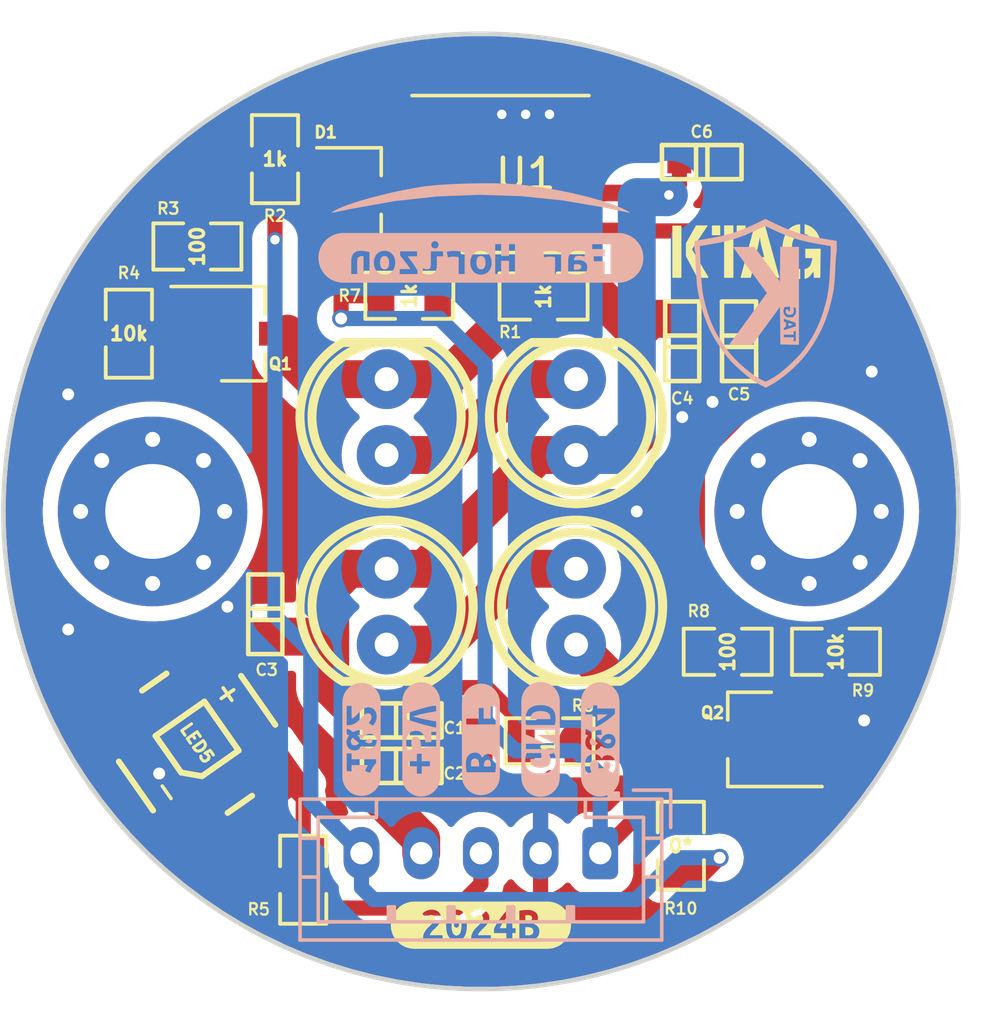
<source format=kicad_pcb>
(kicad_pcb
	(version 20241229)
	(generator "pcbnew")
	(generator_version "9.0")
	(general
		(thickness 1.6)
		(legacy_teardrops no)
	)
	(paper "USLetter")
	(title_block
		(title "KTag 2024B Barrel \"Far Horizon\"")
		(date "2024-09-01")
		(rev "1")
		(company "Club K")
		(comment 1 "Dubuque               Iowa               United States of America")
		(comment 3 "Copyright © 2024 Joseph P. Kearney")
	)
	(layers
		(0 "F.Cu" signal)
		(2 "B.Cu" signal)
		(9 "F.Adhes" user "F.Adhesive")
		(11 "B.Adhes" user "B.Adhesive")
		(13 "F.Paste" user)
		(15 "B.Paste" user)
		(5 "F.SilkS" user "F.Silkscreen")
		(7 "B.SilkS" user "B.Silkscreen")
		(1 "F.Mask" user)
		(3 "B.Mask" user)
		(17 "Dwgs.User" user "User.Drawings")
		(19 "Cmts.User" user "User.Comments")
		(21 "Eco1.User" user "User.Eco1")
		(23 "Eco2.User" user "User.Eco2")
		(25 "Edge.Cuts" user)
		(27 "Margin" user)
		(31 "F.CrtYd" user "F.Courtyard")
		(29 "B.CrtYd" user "B.Courtyard")
		(35 "F.Fab" user)
		(33 "B.Fab" user)
	)
	(setup
		(stackup
			(layer "F.SilkS"
				(type "Top Silk Screen")
			)
			(layer "F.Paste"
				(type "Top Solder Paste")
			)
			(layer "F.Mask"
				(type "Top Solder Mask")
				(thickness 0.01)
			)
			(layer "F.Cu"
				(type "copper")
				(thickness 0.035)
			)
			(layer "dielectric 1"
				(type "core")
				(thickness 1.51)
				(material "FR4")
				(epsilon_r 4.5)
				(loss_tangent 0.02)
			)
			(layer "B.Cu"
				(type "copper")
				(thickness 0.035)
			)
			(layer "B.Mask"
				(type "Bottom Solder Mask")
				(thickness 0.01)
			)
			(layer "B.Paste"
				(type "Bottom Solder Paste")
			)
			(layer "B.SilkS"
				(type "Bottom Silk Screen")
			)
			(copper_finish "None")
			(dielectric_constraints no)
		)
		(pad_to_mask_clearance 0)
		(allow_soldermask_bridges_in_footprints no)
		(tenting front back)
		(pcbplotparams
			(layerselection 0x00000000_00000000_55555555_575555ff)
			(plot_on_all_layers_selection 0x00000000_00000000_00000000_00000000)
			(disableapertmacros no)
			(usegerberextensions no)
			(usegerberattributes no)
			(usegerberadvancedattributes no)
			(creategerberjobfile no)
			(dashed_line_dash_ratio 12.000000)
			(dashed_line_gap_ratio 3.000000)
			(svgprecision 6)
			(plotframeref no)
			(mode 1)
			(useauxorigin no)
			(hpglpennumber 1)
			(hpglpenspeed 20)
			(hpglpendiameter 15.000000)
			(pdf_front_fp_property_popups yes)
			(pdf_back_fp_property_popups yes)
			(pdf_metadata yes)
			(pdf_single_document no)
			(dxfpolygonmode yes)
			(dxfimperialunits yes)
			(dxfusepcbnewfont yes)
			(psnegative no)
			(psa4output no)
			(plot_black_and_white yes)
			(sketchpadsonfab no)
			(plotpadnumbers no)
			(hidednponfab no)
			(sketchdnponfab yes)
			(crossoutdnponfab yes)
			(subtractmaskfromsilk yes)
			(outputformat 1)
			(mirror no)
			(drillshape 0)
			(scaleselection 1)
			(outputdirectory "Gerbers")
		)
	)
	(net 0 "")
	(net 1 "Net-(LED1-K)")
	(net 2 "/IR LEDs 3 and 4")
	(net 3 "GND")
	(net 4 "+5V")
	(net 5 "/Barrel Flash")
	(net 6 "/IR LEDs 1 and 2")
	(net 7 "Net-(LED2-K)")
	(net 8 "Net-(LED3-K)")
	(net 9 "Net-(LED4-K)")
	(net 10 "Net-(LED5-DIN)")
	(net 11 "unconnected-(LED5-DOUT-Pad2)")
	(net 12 "Net-(Q1-G)")
	(net 13 "Net-(Q2-G)")
	(net 14 "Net-(U1-OUTA)")
	(net 15 "Net-(U1-OUTB)")
	(net 16 "unconnected-(U1-NC-Pad8)")
	(net 17 "unconnected-(U1-NC-Pad1)")
	(footprint "KTag:Q-SOT-23_GDS_Hand" (layer "F.Cu") (at 112.014 114.046))
	(footprint "KTag:R-0805" (layer "F.Cu") (at 131.9 124.7))
	(footprint "KTag:LED_5mm_clear" (layer "F.Cu") (at 123.19 116.84 180))
	(footprint "KTag:R-0805" (layer "F.Cu") (at 117.602 112.776))
	(footprint "KTag:R-0805" (layer "F.Cu") (at 128.27 124.7 180))
	(footprint "KTag:LED_5mm_clear" (layer "F.Cu") (at 123.19 123.19))
	(footprint "KTag:R-0805" (layer "F.Cu") (at 110.5 111.125))
	(footprint "KTag:C_0603" (layer "F.Cu") (at 126.746 114.3 -90))
	(footprint "KTag:LED_5mm_clear" (layer "F.Cu") (at 116.84 116.84 180))
	(footprint "KTag:R-0805" (layer "F.Cu") (at 113.1 108.2 90))
	(footprint "KTag:D-SOT-23" (layer "F.Cu") (at 115.9 109.4))
	(footprint "KTag:C_0603" (layer "F.Cu") (at 128.651 114.3 -90))
	(footprint "KTag:ADP3654ARDZ" (layer "F.Cu") (at 121.5 108.7))
	(footprint "kibuzzard-667E9066" (layer "F.Cu") (at 120 133.858))
	(footprint "KTag:Q-SOT-23_GDS_Hand" (layer "F.Cu") (at 129.032 127.635 180))
	(footprint "KTag:C_0603" (layer "F.Cu") (at 117.348 127))
	(footprint "KTag:KTag_Stencil_Tiny" (layer "F.Cu") (at 128.9 111.3))
	(footprint "KTag:C_0603" (layer "F.Cu") (at 112.776 123.444 90))
	(footprint "KTag:R-0805" (layer "F.Cu") (at 122.1 112.8 180))
	(footprint "KTag:R-0805" (layer "F.Cu") (at 114.046 132.334 90))
	(footprint "KTag:R-0805" (layer "F.Cu") (at 108.204 114.046 -90))
	(footprint "KTag:WS2812B" (layer "F.Cu") (at 110.49 127.762 -55))
	(footprint "KTag:LED_5mm_clear" (layer "F.Cu") (at 116.84 123.19))
	(footprint "KTag:R-0805" (layer "F.Cu") (at 122.3 127.7))
	(footprint "KTag:R-0805" (layer "F.Cu") (at 126.7 131.2 90))
	(footprint "KTag:C_0603" (layer "F.Cu") (at 127.4 108.3))
	(footprint "KTag:C_0603" (layer "F.Cu") (at 117.348 128.524))
	(footprint "KTag:MTG_No4" (layer "B.Cu") (at 131 120))
	(footprint "KTag:MTG_No4" (layer "B.Cu") (at 109 120))
	(footprint "Connector_JST:JST_PH_B5B-PH-K_1x05_P2.00mm_Vertical" (layer "B.Cu") (at 124 131.445 180))
	(footprint "kibuzzard-6339F756" (layer "B.Cu") (at 116 127.635 90))
	(footprint "kibuzzard-6339F6F6"
		(layer "B.Cu")
		(uuid "3343db0b-848b-44b2-a06f-043979dfc254")
		(at 124 127.635 90)
		(descr "Converted using: scripting")
		(tags "svg2mod")
		(property "Reference" "kibuzzard-6339F6F6"
			(at 0 0.645562 90)
			(layer "B.SilkS")
			(hide yes)
			(uuid "8bae5e64-9aa0-4e28-b52b-4dd113d3dea4")
			(effects
				(font
					(size 0.001 0.001)
					(thickness 0.000003)
				)
				(justify mirror)
			)
		)
		(property "Value" "G***"
			(at 0 -0.645562 90)
			(layer "B.SilkS")
			(hide yes)
			(uuid "b2f4ebf4-ef09-4aa1-9aa3-85e9fb3f826f")
			(effects
				(font
					(size 0.001 0.001)
					(thickness 0.000003)
				)
				(justify mirror)
			)
		)
		(property "Datasheet" ""
			(at 0 0 90)
			(layer "F.Fab")
			(hide yes)
			(uuid "6b881956-a19c-4230-9fee-b3030801a3db")
			(effects
				(font
					(size 1.27 1.27)
					(thickness 0.15)
				)
			)
		)
		(property "Description" ""
			(at 0 0 90)
			(layer "F.Fab")
			(hide yes)
			(uuid "d7298c9d-3406-4f21-8269-ab14fa70c1b2")
			(effects
				(font
					(size 1.27 1.27)
					(thickness 0.15)
				)
			)
		)
		(attr board_only exclude_from_pos_files exclude_from_bom)
		(fp_poly
			(pts
				(xy 0.836613 0.246063) (xy 0.777875 0.168275) (xy 0.718344 0.081756) (xy 0.661988 -0.009525) (xy 0.614363 -0.100013)
				(xy 0.836613 -0.100013) (xy 0.836613 0.246063)
			)
			(stroke
				(width 0)
				(type solid)
			)
			(fill yes)
			(layer "B.SilkS")
			(uuid "7e38e9ec-01b6-4dd6-9107-e5adc34cd2cf")
		)
		(fp_poly
			(pts
				(xy -0.1397 0.2667) (xy -0.125413 0.196056) (xy -0.085725 0.122238) (xy -0.007938 0.197644) (xy 0.01905 0.287338)
				(xy -0.000794 0.350044) (xy -0.052388 0.371475) (xy -0.115888 0.344488) (xy -0.1397 0.2667)
			)
			(stroke
				(width 0)
				(type solid)
			)
			(fill yes)
			(layer "B.SilkS")
			(uuid "7cf8e2e9-e542-4d28-af8a-cafd9fd3f3b6")
		)
		(fp_poly
			(pts
				(xy 0.053975 -0.293688) (xy 0.008731 -0.238919) (xy -0.0381 -0.185738) (xy -0.085328 -0.133747)
				(xy -0.131763 -0.08255) (xy -0.188119 -0.140494) (xy -0.20955 -0.223838) (xy -0.181769 -0.3175)
				(xy -0.087313 -0.357188) (xy -0.014288 -0.3429) (xy 0.053975 -0.293688)
			)
			(stroke
				(width 0)
				(type solid)
			)
			(fill yes)
			(layer "B.SilkS")
			(uuid "3ade65c0-e6ae-43ea-a6bd-24402d50f8e4")
		)
		(fp_poly
			(pts
				(xy -1.138238 0.645054) (xy -1.120775 0.42545) (xy -1.007269 0.483394) (xy -0.932061 0.50542) (xy -0.847725 0.512763)
				(xy -0.770533 0.507603) (xy -0.704056 0.492125) (xy -0.60325 0.434181) (xy -0.544513 0.346075) (xy -0.525463 0.236538)
				(xy -0.5588 0.123825) (xy -0.6477 0.041275) (xy -0.580033 0.001984) (xy -0.529431 -0.052388) (xy -0.366514 -0.158948)
				(xy -0.337344 -0.088106) (xy -0.288727 -0.024408) (xy -0.220663 0.028575) (xy -0.283369 0.138113)
				(xy -0.307975 0.257175) (xy -0.28575 0.369094) (xy -0.227013 0.449263) (xy -0.145256 0.496888) (xy -0.052388 0.512763)
				(xy 0.034925 0.498475) (xy 0.111125 0.456406) (xy 0.79375 0.42287) (xy 0.85725 0.490538) (xy 1.031875 0.490538)
				(xy 1.031875 -0.100013) (xy 1.138238 -0.100013) (xy 1.138238 -0.26035) (xy 1.031875 -0.26035) (xy 1.031875 -0.492125)
				(xy 0.836613 -0.492125) (xy 0.836613 -0.26035) (xy 0.427038 -0.26035) (xy 0.427038 -0.117475) (xy 0.461566 -0.051395)
				(xy 0.504825 0.023019) (xy 0.554831 0.102592) (xy 0.6096 0.18415) (xy 0.668338 0.266105) (xy 0.73025 0.346869)
				(xy 0.79375 0.42287) (xy 0.111125 0.456406) (xy 0.1651 0.386556) (xy 0.185738 0.288925) (xy 0.174228 0.213717)
				(xy 0.1397 0.140494) (xy 0.080566 0.07362) (xy -0.004763 0.017463) (xy 0.061913 -0.060325) (xy 0.13335 -0.141288)
				(xy 0.150416 -0.052784) (xy 0.157163 0.0508) (xy 0.319088 0.030163) (xy 0.312539 -0.055563) (xy 0.296069 -0.134938)
				(xy 0.271661 -0.207566) (xy 0.2413 -0.27305) (xy 0.309563 -0.381) (xy 0.3556 -0.492125) (xy 0.169863 -0.492125)
				(xy 0.131763 -0.407988) (xy 0.076994 -0.449858) (xy 0.020638 -0.480219) (xy -0.092075 -0.504825)
				(xy -0.216694 -0.4826) (xy -0.305594 -0.423069) (xy -0.358775 -0.33655) (xy -0.376238 -0.233363)
				(xy -0.366514 -0.158948) (xy -0.529431 -0.052388) (xy -0.49788 -0.120253) (xy -0.487363 -0.200025)
				(xy -0.509588 -0.325438) (xy -0.57785 -0.424656) (xy -0.630238 -0.461963) (xy -0.695325 -0.489744)
				(xy -0.773509 -0.507008) (xy -0.865188 -0.512763) (xy -0.942181 -0.507206) (xy -1.019969 -0.493713)
				(xy -1.089025 -0.47625) (xy -1.138238 -0.458788) (xy -1.100138 -0.295275) (xy -1.005681 -0.328613)
				(xy -0.941983 -0.341709) (xy -0.866775 -0.346075) (xy -0.781645 -0.335359) (xy -0.726281 -0.303213)
				(xy -0.6858 -0.19685) (xy -0.701278 -0.13077) (xy -0.747713 -0.088106) (xy -0.817959 -0.064889)
				(xy -0.904875 -0.05715) (xy -0.9652 -0.05715) (xy -0.9652 0.104775) (xy -0.892175 0.104775) (xy -0.83185 0.111125)
				(xy -0.777875 0.131763) (xy -0.738981 0.169863) (xy -0.7239 0.230188) (xy -0.756444 0.315119) (xy -0.846138 0.346075)
				(xy -0.956469 0.327819) (xy -1.050925 0.282575) (xy -1.120775 0.42545) (xy -1.138238 0.645054) (xy -1.270529 0.645054)
				(xy -1.396373 0.63266) (xy -1.517381 0.595952) (xy -1.628902 0.536343) (xy -1.726651 0.456122) (xy -1.806872 0.358373)
				(xy -1.866482 0.246852) (xy -1.903189 0.125844) (xy -1.915583 0) (xy -1.903189 -0.125844) (xy -1.866482 -0.246852)
				(xy -1.806872 -0.358373) (xy -1.726651 -0.456122) (xy -1.628902 -0.536343) (xy -1.517381 -0.595952)
				(xy -1.396373 -0.63266) (xy -1.270529 -0.645054) (xy -1.138238 -0.645054) (xy 1.138238 -0.645054)
				(xy 1.270529 -0.645054) (xy 1.396373 -0.63266) (xy 1.517381 -0.595952) (xy 1.628902 -0.536343) (xy 1.726651 -0.456122)
				(xy 1.806872 -0.358373) (xy 1.866482 -0.246852) (xy 1.903189 -0.125844) (xy 1.915583 0) (xy 1.903189 0.125844)
				(xy 1.866482 0.246852) (xy 1.806872 0.358373) (xy 1.726651 0.456122) (xy 1.628902 0.536343) (xy 1.517381 0.595952)
				(xy 1.396373 0.63266) (xy 1.270529 0.645054) (xy 1.138238 0.645054) (xy -1.138238 0.645054)
			)
			(strok
... [152791 chars truncated]
</source>
